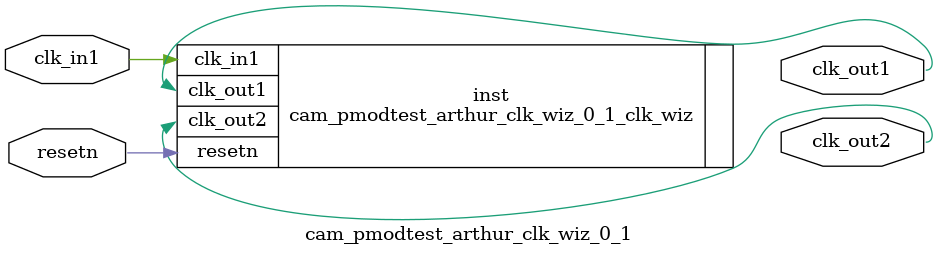
<source format=v>


`timescale 1ps/1ps

(* CORE_GENERATION_INFO = "cam_pmodtest_arthur_clk_wiz_0_1,clk_wiz_v6_0_2_0_0,{component_name=cam_pmodtest_arthur_clk_wiz_0_1,use_phase_alignment=true,use_min_o_jitter=false,use_max_i_jitter=false,use_dyn_phase_shift=false,use_inclk_switchover=false,use_dyn_reconfig=false,enable_axi=0,feedback_source=FDBK_AUTO,PRIMITIVE=MMCM,num_out_clk=2,clkin1_period=10.000,clkin2_period=10.000,use_power_down=false,use_reset=true,use_locked=false,use_inclk_stopped=false,feedback_type=SINGLE,CLOCK_MGR_TYPE=NA,manual_override=false}" *)

module cam_pmodtest_arthur_clk_wiz_0_1 
 (
  // Clock out ports
  output        clk_out1,
  output        clk_out2,
  // Status and control signals
  input         resetn,
 // Clock in ports
  input         clk_in1
 );

  cam_pmodtest_arthur_clk_wiz_0_1_clk_wiz inst
  (
  // Clock out ports  
  .clk_out1(clk_out1),
  .clk_out2(clk_out2),
  // Status and control signals               
  .resetn(resetn), 
 // Clock in ports
  .clk_in1(clk_in1)
  );

endmodule

</source>
